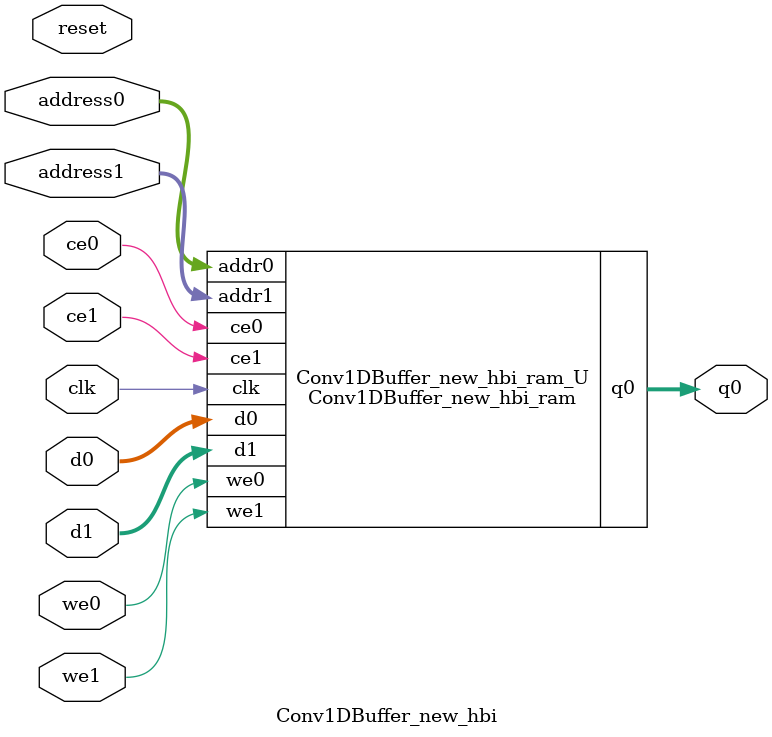
<source format=v>

`timescale 1 ns / 1 ps
module Conv1DBuffer_new_hbi_ram (addr0, ce0, d0, we0, q0, addr1, ce1, d1, we1,  clk);

parameter DWIDTH = 8;
parameter AWIDTH = 8;
parameter MEM_SIZE = 256;

input[AWIDTH-1:0] addr0;
input ce0;
input[DWIDTH-1:0] d0;
input we0;
output reg[DWIDTH-1:0] q0;
input[AWIDTH-1:0] addr1;
input ce1;
input[DWIDTH-1:0] d1;
input we1;
input clk;

(* ram_style = "block" *)reg [DWIDTH-1:0] ram[0:MEM_SIZE-1];




always @(posedge clk)  
begin 
    if (ce0) 
    begin
        if (we0) 
        begin 
            ram[addr0] <= d0; 
            q0 <= d0;
        end 
        else 
            q0 <= ram[addr0];
    end
end


always @(posedge clk)  
begin 
    if (ce1) 
    begin
        if (we1) 
        begin 
            ram[addr1] <= d1; 
        end 
    end
end


endmodule


`timescale 1 ns / 1 ps
module Conv1DBuffer_new_hbi(
    reset,
    clk,
    address0,
    ce0,
    we0,
    d0,
    q0,
    address1,
    ce1,
    we1,
    d1);

parameter DataWidth = 32'd8;
parameter AddressRange = 32'd256;
parameter AddressWidth = 32'd8;
input reset;
input clk;
input[AddressWidth - 1:0] address0;
input ce0;
input we0;
input[DataWidth - 1:0] d0;
output[DataWidth - 1:0] q0;
input[AddressWidth - 1:0] address1;
input ce1;
input we1;
input[DataWidth - 1:0] d1;



Conv1DBuffer_new_hbi_ram Conv1DBuffer_new_hbi_ram_U(
    .clk( clk ),
    .addr0( address0 ),
    .ce0( ce0 ),
    .we0( we0 ),
    .d0( d0 ),
    .q0( q0 ),
    .addr1( address1 ),
    .ce1( ce1 ),
    .we1( we1 ),
    .d1( d1 ));

endmodule


</source>
